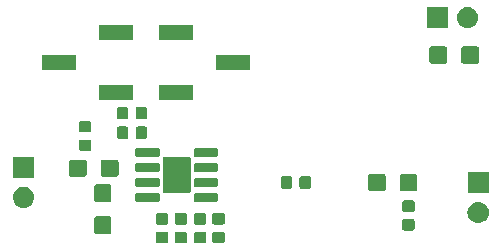
<source format=gbr>
G04 #@! TF.GenerationSoftware,KiCad,Pcbnew,(5.1.4)-1*
G04 #@! TF.CreationDate,2019-11-25T16:57:10-05:00*
G04 #@! TF.ProjectId,preamplifier,70726561-6d70-46c6-9966-6965722e6b69,rev?*
G04 #@! TF.SameCoordinates,Original*
G04 #@! TF.FileFunction,Soldermask,Top*
G04 #@! TF.FilePolarity,Negative*
%FSLAX46Y46*%
G04 Gerber Fmt 4.6, Leading zero omitted, Abs format (unit mm)*
G04 Created by KiCad (PCBNEW (5.1.4)-1) date 2019-11-25 16:57:10*
%MOMM*%
%LPD*%
G04 APERTURE LIST*
%ADD10C,0.150000*%
G04 APERTURE END LIST*
D10*
G36*
X78509991Y-74394985D02*
G01*
X78543969Y-74405293D01*
X78575290Y-74422034D01*
X78602739Y-74444561D01*
X78625266Y-74472010D01*
X78642007Y-74503331D01*
X78652315Y-74537309D01*
X78656400Y-74578790D01*
X78656400Y-75180010D01*
X78652315Y-75221491D01*
X78642007Y-75255469D01*
X78625266Y-75286790D01*
X78602739Y-75314239D01*
X78575290Y-75336766D01*
X78543969Y-75353507D01*
X78509991Y-75363815D01*
X78468510Y-75367900D01*
X77792290Y-75367900D01*
X77750809Y-75363815D01*
X77716831Y-75353507D01*
X77685510Y-75336766D01*
X77658061Y-75314239D01*
X77635534Y-75286790D01*
X77618793Y-75255469D01*
X77608485Y-75221491D01*
X77604400Y-75180010D01*
X77604400Y-74578790D01*
X77608485Y-74537309D01*
X77618793Y-74503331D01*
X77635534Y-74472010D01*
X77658061Y-74444561D01*
X77685510Y-74422034D01*
X77716831Y-74405293D01*
X77750809Y-74394985D01*
X77792290Y-74390900D01*
X78468510Y-74390900D01*
X78509991Y-74394985D01*
X78509991Y-74394985D01*
G37*
G36*
X81710391Y-74394885D02*
G01*
X81744369Y-74405193D01*
X81775690Y-74421934D01*
X81803139Y-74444461D01*
X81825666Y-74471910D01*
X81842407Y-74503231D01*
X81852715Y-74537209D01*
X81856800Y-74578690D01*
X81856800Y-75179910D01*
X81852715Y-75221391D01*
X81842407Y-75255369D01*
X81825666Y-75286690D01*
X81803139Y-75314139D01*
X81775690Y-75336666D01*
X81744369Y-75353407D01*
X81710391Y-75363715D01*
X81668910Y-75367800D01*
X80992690Y-75367800D01*
X80951209Y-75363715D01*
X80917231Y-75353407D01*
X80885910Y-75336666D01*
X80858461Y-75314139D01*
X80835934Y-75286690D01*
X80819193Y-75255369D01*
X80808885Y-75221391D01*
X80804800Y-75179910D01*
X80804800Y-74578690D01*
X80808885Y-74537209D01*
X80819193Y-74503231D01*
X80835934Y-74471910D01*
X80858461Y-74444461D01*
X80885910Y-74421934D01*
X80917231Y-74405193D01*
X80951209Y-74394885D01*
X80992690Y-74390800D01*
X81668910Y-74390800D01*
X81710391Y-74394885D01*
X81710391Y-74394885D01*
G37*
G36*
X76922491Y-74394885D02*
G01*
X76956469Y-74405193D01*
X76987790Y-74421934D01*
X77015239Y-74444461D01*
X77037766Y-74471910D01*
X77054507Y-74503231D01*
X77064815Y-74537209D01*
X77068900Y-74578690D01*
X77068900Y-75179910D01*
X77064815Y-75221391D01*
X77054507Y-75255369D01*
X77037766Y-75286690D01*
X77015239Y-75314139D01*
X76987790Y-75336666D01*
X76956469Y-75353407D01*
X76922491Y-75363715D01*
X76881010Y-75367800D01*
X76204790Y-75367800D01*
X76163309Y-75363715D01*
X76129331Y-75353407D01*
X76098010Y-75336666D01*
X76070561Y-75314139D01*
X76048034Y-75286690D01*
X76031293Y-75255369D01*
X76020985Y-75221391D01*
X76016900Y-75179910D01*
X76016900Y-74578690D01*
X76020985Y-74537209D01*
X76031293Y-74503231D01*
X76048034Y-74471910D01*
X76070561Y-74444461D01*
X76098010Y-74421934D01*
X76129331Y-74405193D01*
X76163309Y-74394885D01*
X76204790Y-74390800D01*
X76881010Y-74390800D01*
X76922491Y-74394885D01*
X76922491Y-74394885D01*
G37*
G36*
X80160991Y-74394885D02*
G01*
X80194969Y-74405193D01*
X80226290Y-74421934D01*
X80253739Y-74444461D01*
X80276266Y-74471910D01*
X80293007Y-74503231D01*
X80303315Y-74537209D01*
X80307400Y-74578690D01*
X80307400Y-75179910D01*
X80303315Y-75221391D01*
X80293007Y-75255369D01*
X80276266Y-75286690D01*
X80253739Y-75314139D01*
X80226290Y-75336666D01*
X80194969Y-75353407D01*
X80160991Y-75363715D01*
X80119510Y-75367800D01*
X79443290Y-75367800D01*
X79401809Y-75363715D01*
X79367831Y-75353407D01*
X79336510Y-75336666D01*
X79309061Y-75314139D01*
X79286534Y-75286690D01*
X79269793Y-75255369D01*
X79259485Y-75221391D01*
X79255400Y-75179910D01*
X79255400Y-74578690D01*
X79259485Y-74537209D01*
X79269793Y-74503231D01*
X79286534Y-74471910D01*
X79309061Y-74444461D01*
X79336510Y-74421934D01*
X79367831Y-74405193D01*
X79401809Y-74394885D01*
X79443290Y-74390800D01*
X80119510Y-74390800D01*
X80160991Y-74394885D01*
X80160991Y-74394885D01*
G37*
G36*
X72099198Y-73091047D02*
G01*
X72134767Y-73101837D01*
X72167539Y-73119354D01*
X72196269Y-73142931D01*
X72219846Y-73171661D01*
X72237363Y-73204433D01*
X72248153Y-73240002D01*
X72252400Y-73283125D01*
X72252400Y-74392475D01*
X72248153Y-74435598D01*
X72237363Y-74471167D01*
X72219846Y-74503939D01*
X72196269Y-74532669D01*
X72167539Y-74556246D01*
X72134767Y-74573763D01*
X72099198Y-74584553D01*
X72056075Y-74588800D01*
X70996725Y-74588800D01*
X70953602Y-74584553D01*
X70918033Y-74573763D01*
X70885261Y-74556246D01*
X70856531Y-74532669D01*
X70832954Y-74503939D01*
X70815437Y-74471167D01*
X70804647Y-74435598D01*
X70800400Y-74392475D01*
X70800400Y-73283125D01*
X70804647Y-73240002D01*
X70815437Y-73204433D01*
X70832954Y-73171661D01*
X70856531Y-73142931D01*
X70885261Y-73119354D01*
X70918033Y-73101837D01*
X70953602Y-73091047D01*
X70996725Y-73086800D01*
X72056075Y-73086800D01*
X72099198Y-73091047D01*
X72099198Y-73091047D01*
G37*
G36*
X97788591Y-73328085D02*
G01*
X97822569Y-73338393D01*
X97853890Y-73355134D01*
X97881339Y-73377661D01*
X97903866Y-73405110D01*
X97920607Y-73436431D01*
X97930915Y-73470409D01*
X97935000Y-73511890D01*
X97935000Y-74113110D01*
X97930915Y-74154591D01*
X97920607Y-74188569D01*
X97903866Y-74219890D01*
X97881339Y-74247339D01*
X97853890Y-74269866D01*
X97822569Y-74286607D01*
X97788591Y-74296915D01*
X97747110Y-74301000D01*
X97070890Y-74301000D01*
X97029409Y-74296915D01*
X96995431Y-74286607D01*
X96964110Y-74269866D01*
X96936661Y-74247339D01*
X96914134Y-74219890D01*
X96897393Y-74188569D01*
X96887085Y-74154591D01*
X96883000Y-74113110D01*
X96883000Y-73511890D01*
X96887085Y-73470409D01*
X96897393Y-73436431D01*
X96914134Y-73405110D01*
X96936661Y-73377661D01*
X96964110Y-73355134D01*
X96995431Y-73338393D01*
X97029409Y-73328085D01*
X97070890Y-73324000D01*
X97747110Y-73324000D01*
X97788591Y-73328085D01*
X97788591Y-73328085D01*
G37*
G36*
X78509991Y-72819985D02*
G01*
X78543969Y-72830293D01*
X78575290Y-72847034D01*
X78602739Y-72869561D01*
X78625266Y-72897010D01*
X78642007Y-72928331D01*
X78652315Y-72962309D01*
X78656400Y-73003790D01*
X78656400Y-73605010D01*
X78652315Y-73646491D01*
X78642007Y-73680469D01*
X78625266Y-73711790D01*
X78602739Y-73739239D01*
X78575290Y-73761766D01*
X78543969Y-73778507D01*
X78509991Y-73788815D01*
X78468510Y-73792900D01*
X77792290Y-73792900D01*
X77750809Y-73788815D01*
X77716831Y-73778507D01*
X77685510Y-73761766D01*
X77658061Y-73739239D01*
X77635534Y-73711790D01*
X77618793Y-73680469D01*
X77608485Y-73646491D01*
X77604400Y-73605010D01*
X77604400Y-73003790D01*
X77608485Y-72962309D01*
X77618793Y-72928331D01*
X77635534Y-72897010D01*
X77658061Y-72869561D01*
X77685510Y-72847034D01*
X77716831Y-72830293D01*
X77750809Y-72819985D01*
X77792290Y-72815900D01*
X78468510Y-72815900D01*
X78509991Y-72819985D01*
X78509991Y-72819985D01*
G37*
G36*
X81710391Y-72819885D02*
G01*
X81744369Y-72830193D01*
X81775690Y-72846934D01*
X81803139Y-72869461D01*
X81825666Y-72896910D01*
X81842407Y-72928231D01*
X81852715Y-72962209D01*
X81856800Y-73003690D01*
X81856800Y-73604910D01*
X81852715Y-73646391D01*
X81842407Y-73680369D01*
X81825666Y-73711690D01*
X81803139Y-73739139D01*
X81775690Y-73761666D01*
X81744369Y-73778407D01*
X81710391Y-73788715D01*
X81668910Y-73792800D01*
X80992690Y-73792800D01*
X80951209Y-73788715D01*
X80917231Y-73778407D01*
X80885910Y-73761666D01*
X80858461Y-73739139D01*
X80835934Y-73711690D01*
X80819193Y-73680369D01*
X80808885Y-73646391D01*
X80804800Y-73604910D01*
X80804800Y-73003690D01*
X80808885Y-72962209D01*
X80819193Y-72928231D01*
X80835934Y-72896910D01*
X80858461Y-72869461D01*
X80885910Y-72846934D01*
X80917231Y-72830193D01*
X80951209Y-72819885D01*
X80992690Y-72815800D01*
X81668910Y-72815800D01*
X81710391Y-72819885D01*
X81710391Y-72819885D01*
G37*
G36*
X80160991Y-72819885D02*
G01*
X80194969Y-72830193D01*
X80226290Y-72846934D01*
X80253739Y-72869461D01*
X80276266Y-72896910D01*
X80293007Y-72928231D01*
X80303315Y-72962209D01*
X80307400Y-73003690D01*
X80307400Y-73604910D01*
X80303315Y-73646391D01*
X80293007Y-73680369D01*
X80276266Y-73711690D01*
X80253739Y-73739139D01*
X80226290Y-73761666D01*
X80194969Y-73778407D01*
X80160991Y-73788715D01*
X80119510Y-73792800D01*
X79443290Y-73792800D01*
X79401809Y-73788715D01*
X79367831Y-73778407D01*
X79336510Y-73761666D01*
X79309061Y-73739139D01*
X79286534Y-73711690D01*
X79269793Y-73680369D01*
X79259485Y-73646391D01*
X79255400Y-73604910D01*
X79255400Y-73003690D01*
X79259485Y-72962209D01*
X79269793Y-72928231D01*
X79286534Y-72896910D01*
X79309061Y-72869461D01*
X79336510Y-72846934D01*
X79367831Y-72830193D01*
X79401809Y-72819885D01*
X79443290Y-72815800D01*
X80119510Y-72815800D01*
X80160991Y-72819885D01*
X80160991Y-72819885D01*
G37*
G36*
X76922491Y-72819885D02*
G01*
X76956469Y-72830193D01*
X76987790Y-72846934D01*
X77015239Y-72869461D01*
X77037766Y-72896910D01*
X77054507Y-72928231D01*
X77064815Y-72962209D01*
X77068900Y-73003690D01*
X77068900Y-73604910D01*
X77064815Y-73646391D01*
X77054507Y-73680369D01*
X77037766Y-73711690D01*
X77015239Y-73739139D01*
X76987790Y-73761666D01*
X76956469Y-73778407D01*
X76922491Y-73788715D01*
X76881010Y-73792800D01*
X76204790Y-73792800D01*
X76163309Y-73788715D01*
X76129331Y-73778407D01*
X76098010Y-73761666D01*
X76070561Y-73739139D01*
X76048034Y-73711690D01*
X76031293Y-73680369D01*
X76020985Y-73646391D01*
X76016900Y-73604910D01*
X76016900Y-73003690D01*
X76020985Y-72962209D01*
X76031293Y-72928231D01*
X76048034Y-72896910D01*
X76070561Y-72869461D01*
X76098010Y-72846934D01*
X76129331Y-72830193D01*
X76163309Y-72819885D01*
X76204790Y-72815800D01*
X76881010Y-72815800D01*
X76922491Y-72819885D01*
X76922491Y-72819885D01*
G37*
G36*
X103424942Y-71876518D02*
G01*
X103491127Y-71883037D01*
X103660966Y-71934557D01*
X103817491Y-72018222D01*
X103853229Y-72047552D01*
X103954686Y-72130814D01*
X104034754Y-72228379D01*
X104067278Y-72268009D01*
X104150943Y-72424534D01*
X104202463Y-72594373D01*
X104219859Y-72771000D01*
X104202463Y-72947627D01*
X104150943Y-73117466D01*
X104067278Y-73273991D01*
X104043281Y-73303231D01*
X103954686Y-73411186D01*
X103882521Y-73470409D01*
X103817491Y-73523778D01*
X103660966Y-73607443D01*
X103491127Y-73658963D01*
X103424942Y-73665482D01*
X103358760Y-73672000D01*
X103270240Y-73672000D01*
X103204058Y-73665482D01*
X103137873Y-73658963D01*
X102968034Y-73607443D01*
X102811509Y-73523778D01*
X102746479Y-73470409D01*
X102674314Y-73411186D01*
X102585719Y-73303231D01*
X102561722Y-73273991D01*
X102478057Y-73117466D01*
X102426537Y-72947627D01*
X102409141Y-72771000D01*
X102426537Y-72594373D01*
X102478057Y-72424534D01*
X102561722Y-72268009D01*
X102594246Y-72228379D01*
X102674314Y-72130814D01*
X102775771Y-72047552D01*
X102811509Y-72018222D01*
X102968034Y-71934557D01*
X103137873Y-71883037D01*
X103204058Y-71876518D01*
X103270240Y-71870000D01*
X103358760Y-71870000D01*
X103424942Y-71876518D01*
X103424942Y-71876518D01*
G37*
G36*
X97788591Y-71753085D02*
G01*
X97822569Y-71763393D01*
X97853890Y-71780134D01*
X97881339Y-71802661D01*
X97903866Y-71830110D01*
X97920607Y-71861431D01*
X97930915Y-71895409D01*
X97935000Y-71936889D01*
X97935000Y-72538110D01*
X97930915Y-72579591D01*
X97920607Y-72613569D01*
X97903866Y-72644890D01*
X97881339Y-72672339D01*
X97853890Y-72694866D01*
X97822569Y-72711607D01*
X97788591Y-72721915D01*
X97747110Y-72726000D01*
X97070890Y-72726000D01*
X97029409Y-72721915D01*
X96995431Y-72711607D01*
X96964110Y-72694866D01*
X96936661Y-72672339D01*
X96914134Y-72644890D01*
X96897393Y-72613569D01*
X96887085Y-72579591D01*
X96883000Y-72538110D01*
X96883000Y-71936889D01*
X96887085Y-71895409D01*
X96897393Y-71861431D01*
X96914134Y-71830110D01*
X96936661Y-71802661D01*
X96964110Y-71780134D01*
X96995431Y-71763393D01*
X97029409Y-71753085D01*
X97070890Y-71749000D01*
X97747110Y-71749000D01*
X97788591Y-71753085D01*
X97788591Y-71753085D01*
G37*
G36*
X64905956Y-70578628D02*
G01*
X64997427Y-70587637D01*
X65167266Y-70639157D01*
X65323791Y-70722822D01*
X65347899Y-70742607D01*
X65460986Y-70835414D01*
X65543970Y-70936532D01*
X65573578Y-70972609D01*
X65657243Y-71129134D01*
X65708763Y-71298973D01*
X65726159Y-71475600D01*
X65708763Y-71652227D01*
X65658332Y-71818476D01*
X65657242Y-71822068D01*
X65623843Y-71884553D01*
X65573578Y-71978591D01*
X65544248Y-72014329D01*
X65460986Y-72115786D01*
X65359529Y-72199048D01*
X65323791Y-72228378D01*
X65167266Y-72312043D01*
X64997427Y-72363563D01*
X64931243Y-72370081D01*
X64865060Y-72376600D01*
X64776540Y-72376600D01*
X64710357Y-72370081D01*
X64644173Y-72363563D01*
X64474334Y-72312043D01*
X64317809Y-72228378D01*
X64282071Y-72199048D01*
X64180614Y-72115786D01*
X64097352Y-72014329D01*
X64068022Y-71978591D01*
X64017757Y-71884553D01*
X63984358Y-71822068D01*
X63983268Y-71818476D01*
X63932837Y-71652227D01*
X63915441Y-71475600D01*
X63932837Y-71298973D01*
X63984357Y-71129134D01*
X64068022Y-70972609D01*
X64097630Y-70936532D01*
X64180614Y-70835414D01*
X64293701Y-70742607D01*
X64317809Y-70722822D01*
X64474334Y-70639157D01*
X64644173Y-70587637D01*
X64735644Y-70578628D01*
X64776540Y-70574600D01*
X64865060Y-70574600D01*
X64905956Y-70578628D01*
X64905956Y-70578628D01*
G37*
G36*
X72099198Y-70391047D02*
G01*
X72134767Y-70401837D01*
X72167539Y-70419354D01*
X72196269Y-70442931D01*
X72219846Y-70471661D01*
X72237363Y-70504433D01*
X72248153Y-70540002D01*
X72252400Y-70583125D01*
X72252400Y-71692475D01*
X72248153Y-71735598D01*
X72237363Y-71771167D01*
X72219846Y-71803939D01*
X72196269Y-71832669D01*
X72167539Y-71856246D01*
X72134767Y-71873763D01*
X72099198Y-71884553D01*
X72056075Y-71888800D01*
X70996725Y-71888800D01*
X70953602Y-71884553D01*
X70918033Y-71873763D01*
X70885261Y-71856246D01*
X70856531Y-71832669D01*
X70832954Y-71803939D01*
X70815437Y-71771167D01*
X70804647Y-71735598D01*
X70800400Y-71692475D01*
X70800400Y-70583125D01*
X70804647Y-70540002D01*
X70815437Y-70504433D01*
X70832954Y-70471661D01*
X70856531Y-70442931D01*
X70885261Y-70419354D01*
X70918033Y-70401837D01*
X70953602Y-70391047D01*
X70996725Y-70386800D01*
X72056075Y-70386800D01*
X72099198Y-70391047D01*
X72099198Y-70391047D01*
G37*
G36*
X76245928Y-71152764D02*
G01*
X76267009Y-71159160D01*
X76286445Y-71169548D01*
X76303476Y-71183524D01*
X76317452Y-71200555D01*
X76327840Y-71219991D01*
X76334236Y-71241072D01*
X76337000Y-71269140D01*
X76337000Y-71732860D01*
X76334236Y-71760928D01*
X76327840Y-71782009D01*
X76317452Y-71801445D01*
X76303476Y-71818476D01*
X76286445Y-71832452D01*
X76267009Y-71842840D01*
X76245928Y-71849236D01*
X76217860Y-71852000D01*
X74404140Y-71852000D01*
X74376072Y-71849236D01*
X74354991Y-71842840D01*
X74335555Y-71832452D01*
X74318524Y-71818476D01*
X74304548Y-71801445D01*
X74294160Y-71782009D01*
X74287764Y-71760928D01*
X74285000Y-71732860D01*
X74285000Y-71269140D01*
X74287764Y-71241072D01*
X74294160Y-71219991D01*
X74304548Y-71200555D01*
X74318524Y-71183524D01*
X74335555Y-71169548D01*
X74354991Y-71159160D01*
X74376072Y-71152764D01*
X74404140Y-71150000D01*
X76217860Y-71150000D01*
X76245928Y-71152764D01*
X76245928Y-71152764D01*
G37*
G36*
X81195928Y-71152764D02*
G01*
X81217009Y-71159160D01*
X81236445Y-71169548D01*
X81253476Y-71183524D01*
X81267452Y-71200555D01*
X81277840Y-71219991D01*
X81284236Y-71241072D01*
X81287000Y-71269140D01*
X81287000Y-71732860D01*
X81284236Y-71760928D01*
X81277840Y-71782009D01*
X81267452Y-71801445D01*
X81253476Y-71818476D01*
X81236445Y-71832452D01*
X81217009Y-71842840D01*
X81195928Y-71849236D01*
X81167860Y-71852000D01*
X79354140Y-71852000D01*
X79326072Y-71849236D01*
X79304991Y-71842840D01*
X79285555Y-71832452D01*
X79268524Y-71818476D01*
X79254548Y-71801445D01*
X79244160Y-71782009D01*
X79237764Y-71760928D01*
X79235000Y-71732860D01*
X79235000Y-71269140D01*
X79237764Y-71241072D01*
X79244160Y-71219991D01*
X79254548Y-71200555D01*
X79268524Y-71183524D01*
X79285555Y-71169548D01*
X79304991Y-71159160D01*
X79326072Y-71152764D01*
X79354140Y-71150000D01*
X81167860Y-71150000D01*
X81195928Y-71152764D01*
X81195928Y-71152764D01*
G37*
G36*
X78850336Y-68048733D02*
G01*
X78880883Y-68057999D01*
X78909033Y-68073046D01*
X78933706Y-68093294D01*
X78953954Y-68117967D01*
X78969001Y-68146117D01*
X78978267Y-68176664D01*
X78982000Y-68214567D01*
X78982000Y-70977433D01*
X78978267Y-71015336D01*
X78969001Y-71045883D01*
X78953954Y-71074033D01*
X78933706Y-71098706D01*
X78909033Y-71118954D01*
X78880883Y-71134001D01*
X78850336Y-71143267D01*
X78812433Y-71147000D01*
X76759567Y-71147000D01*
X76721664Y-71143267D01*
X76691117Y-71134001D01*
X76662967Y-71118954D01*
X76638294Y-71098706D01*
X76618046Y-71074033D01*
X76602999Y-71045883D01*
X76593733Y-71015336D01*
X76590000Y-70977433D01*
X76590000Y-68214567D01*
X76593733Y-68176664D01*
X76602999Y-68146117D01*
X76618046Y-68117967D01*
X76638294Y-68093294D01*
X76662967Y-68073046D01*
X76691117Y-68057999D01*
X76721664Y-68048733D01*
X76759567Y-68045000D01*
X78812433Y-68045000D01*
X78850336Y-68048733D01*
X78850336Y-68048733D01*
G37*
G36*
X104215500Y-71132000D02*
G01*
X102413500Y-71132000D01*
X102413500Y-69330000D01*
X104215500Y-69330000D01*
X104215500Y-71132000D01*
X104215500Y-71132000D01*
G37*
G36*
X95323298Y-69509247D02*
G01*
X95358867Y-69520037D01*
X95391639Y-69537554D01*
X95420369Y-69561131D01*
X95443946Y-69589861D01*
X95461463Y-69622633D01*
X95472253Y-69658202D01*
X95476500Y-69701325D01*
X95476500Y-70760675D01*
X95472253Y-70803798D01*
X95461463Y-70839367D01*
X95443946Y-70872139D01*
X95420369Y-70900869D01*
X95391639Y-70924446D01*
X95358867Y-70941963D01*
X95323298Y-70952753D01*
X95280175Y-70957000D01*
X94170825Y-70957000D01*
X94127702Y-70952753D01*
X94092133Y-70941963D01*
X94059361Y-70924446D01*
X94030631Y-70900869D01*
X94007054Y-70872139D01*
X93989537Y-70839367D01*
X93978747Y-70803798D01*
X93974500Y-70760675D01*
X93974500Y-69701325D01*
X93978747Y-69658202D01*
X93989537Y-69622633D01*
X94007054Y-69589861D01*
X94030631Y-69561131D01*
X94059361Y-69537554D01*
X94092133Y-69520037D01*
X94127702Y-69509247D01*
X94170825Y-69505000D01*
X95280175Y-69505000D01*
X95323298Y-69509247D01*
X95323298Y-69509247D01*
G37*
G36*
X98023298Y-69509247D02*
G01*
X98058867Y-69520037D01*
X98091639Y-69537554D01*
X98120369Y-69561131D01*
X98143946Y-69589861D01*
X98161463Y-69622633D01*
X98172253Y-69658202D01*
X98176500Y-69701325D01*
X98176500Y-70760675D01*
X98172253Y-70803798D01*
X98161463Y-70839367D01*
X98143946Y-70872139D01*
X98120369Y-70900869D01*
X98091639Y-70924446D01*
X98058867Y-70941963D01*
X98023298Y-70952753D01*
X97980175Y-70957000D01*
X96870825Y-70957000D01*
X96827702Y-70952753D01*
X96792133Y-70941963D01*
X96759361Y-70924446D01*
X96730631Y-70900869D01*
X96707054Y-70872139D01*
X96689537Y-70839367D01*
X96678747Y-70803798D01*
X96674500Y-70760675D01*
X96674500Y-69701325D01*
X96678747Y-69658202D01*
X96689537Y-69622633D01*
X96707054Y-69589861D01*
X96730631Y-69561131D01*
X96759361Y-69537554D01*
X96792133Y-69520037D01*
X96827702Y-69509247D01*
X96870825Y-69505000D01*
X97980175Y-69505000D01*
X98023298Y-69509247D01*
X98023298Y-69509247D01*
G37*
G36*
X87438591Y-69709085D02*
G01*
X87472569Y-69719393D01*
X87503890Y-69736134D01*
X87531339Y-69758661D01*
X87553866Y-69786110D01*
X87570607Y-69817431D01*
X87580915Y-69851409D01*
X87585000Y-69892890D01*
X87585000Y-70569110D01*
X87580915Y-70610591D01*
X87570607Y-70644569D01*
X87553866Y-70675890D01*
X87531339Y-70703339D01*
X87503890Y-70725866D01*
X87472569Y-70742607D01*
X87438591Y-70752915D01*
X87397110Y-70757000D01*
X86795890Y-70757000D01*
X86754409Y-70752915D01*
X86720431Y-70742607D01*
X86689110Y-70725866D01*
X86661661Y-70703339D01*
X86639134Y-70675890D01*
X86622393Y-70644569D01*
X86612085Y-70610591D01*
X86608000Y-70569110D01*
X86608000Y-69892890D01*
X86612085Y-69851409D01*
X86622393Y-69817431D01*
X86639134Y-69786110D01*
X86661661Y-69758661D01*
X86689110Y-69736134D01*
X86720431Y-69719393D01*
X86754409Y-69709085D01*
X86795890Y-69705000D01*
X87397110Y-69705000D01*
X87438591Y-69709085D01*
X87438591Y-69709085D01*
G37*
G36*
X89013591Y-69709085D02*
G01*
X89047569Y-69719393D01*
X89078890Y-69736134D01*
X89106339Y-69758661D01*
X89128866Y-69786110D01*
X89145607Y-69817431D01*
X89155915Y-69851409D01*
X89160000Y-69892890D01*
X89160000Y-70569110D01*
X89155915Y-70610591D01*
X89145607Y-70644569D01*
X89128866Y-70675890D01*
X89106339Y-70703339D01*
X89078890Y-70725866D01*
X89047569Y-70742607D01*
X89013591Y-70752915D01*
X88972110Y-70757000D01*
X88370890Y-70757000D01*
X88329409Y-70752915D01*
X88295431Y-70742607D01*
X88264110Y-70725866D01*
X88236661Y-70703339D01*
X88214134Y-70675890D01*
X88197393Y-70644569D01*
X88187085Y-70610591D01*
X88183000Y-70569110D01*
X88183000Y-69892890D01*
X88187085Y-69851409D01*
X88197393Y-69817431D01*
X88214134Y-69786110D01*
X88236661Y-69758661D01*
X88264110Y-69736134D01*
X88295431Y-69719393D01*
X88329409Y-69709085D01*
X88370890Y-69705000D01*
X88972110Y-69705000D01*
X89013591Y-69709085D01*
X89013591Y-69709085D01*
G37*
G36*
X81195928Y-69882764D02*
G01*
X81217009Y-69889160D01*
X81236445Y-69899548D01*
X81253476Y-69913524D01*
X81267452Y-69930555D01*
X81277840Y-69949991D01*
X81284236Y-69971072D01*
X81287000Y-69999140D01*
X81287000Y-70462860D01*
X81284236Y-70490928D01*
X81277840Y-70512009D01*
X81267452Y-70531445D01*
X81253476Y-70548476D01*
X81236445Y-70562452D01*
X81217009Y-70572840D01*
X81195928Y-70579236D01*
X81167860Y-70582000D01*
X79354140Y-70582000D01*
X79326072Y-70579236D01*
X79304991Y-70572840D01*
X79285555Y-70562452D01*
X79268524Y-70548476D01*
X79254548Y-70531445D01*
X79244160Y-70512009D01*
X79237764Y-70490928D01*
X79235000Y-70462860D01*
X79235000Y-69999140D01*
X79237764Y-69971072D01*
X79244160Y-69949991D01*
X79254548Y-69930555D01*
X79268524Y-69913524D01*
X79285555Y-69899548D01*
X79304991Y-69889160D01*
X79326072Y-69882764D01*
X79354140Y-69880000D01*
X81167860Y-69880000D01*
X81195928Y-69882764D01*
X81195928Y-69882764D01*
G37*
G36*
X76245928Y-69882764D02*
G01*
X76267009Y-69889160D01*
X76286445Y-69899548D01*
X76303476Y-69913524D01*
X76317452Y-69930555D01*
X76327840Y-69949991D01*
X76334236Y-69971072D01*
X76337000Y-69999140D01*
X76337000Y-70462860D01*
X76334236Y-70490928D01*
X76327840Y-70512009D01*
X76317452Y-70531445D01*
X76303476Y-70548476D01*
X76286445Y-70562452D01*
X76267009Y-70572840D01*
X76245928Y-70579236D01*
X76217860Y-70582000D01*
X74404140Y-70582000D01*
X74376072Y-70579236D01*
X74354991Y-70572840D01*
X74335555Y-70562452D01*
X74318524Y-70548476D01*
X74304548Y-70531445D01*
X74294160Y-70512009D01*
X74287764Y-70490928D01*
X74285000Y-70462860D01*
X74285000Y-69999140D01*
X74287764Y-69971072D01*
X74294160Y-69949991D01*
X74304548Y-69930555D01*
X74318524Y-69913524D01*
X74335555Y-69899548D01*
X74354991Y-69889160D01*
X74376072Y-69882764D01*
X74404140Y-69880000D01*
X76217860Y-69880000D01*
X76245928Y-69882764D01*
X76245928Y-69882764D01*
G37*
G36*
X65721800Y-69836600D02*
G01*
X63919800Y-69836600D01*
X63919800Y-68034600D01*
X65721800Y-68034600D01*
X65721800Y-69836600D01*
X65721800Y-69836600D01*
G37*
G36*
X70012198Y-68290047D02*
G01*
X70047767Y-68300837D01*
X70080539Y-68318354D01*
X70109269Y-68341931D01*
X70132846Y-68370661D01*
X70150363Y-68403433D01*
X70161153Y-68439002D01*
X70165400Y-68482125D01*
X70165400Y-69541475D01*
X70161153Y-69584598D01*
X70150363Y-69620167D01*
X70132846Y-69652939D01*
X70109269Y-69681669D01*
X70080539Y-69705246D01*
X70047767Y-69722763D01*
X70012198Y-69733553D01*
X69969075Y-69737800D01*
X68859725Y-69737800D01*
X68816602Y-69733553D01*
X68781033Y-69722763D01*
X68748261Y-69705246D01*
X68719531Y-69681669D01*
X68695954Y-69652939D01*
X68678437Y-69620167D01*
X68667647Y-69584598D01*
X68663400Y-69541475D01*
X68663400Y-68482125D01*
X68667647Y-68439002D01*
X68678437Y-68403433D01*
X68695954Y-68370661D01*
X68719531Y-68341931D01*
X68748261Y-68318354D01*
X68781033Y-68300837D01*
X68816602Y-68290047D01*
X68859725Y-68285800D01*
X69969075Y-68285800D01*
X70012198Y-68290047D01*
X70012198Y-68290047D01*
G37*
G36*
X72712198Y-68290047D02*
G01*
X72747767Y-68300837D01*
X72780539Y-68318354D01*
X72809269Y-68341931D01*
X72832846Y-68370661D01*
X72850363Y-68403433D01*
X72861153Y-68439002D01*
X72865400Y-68482125D01*
X72865400Y-69541475D01*
X72861153Y-69584598D01*
X72850363Y-69620167D01*
X72832846Y-69652939D01*
X72809269Y-69681669D01*
X72780539Y-69705246D01*
X72747767Y-69722763D01*
X72712198Y-69733553D01*
X72669075Y-69737800D01*
X71559725Y-69737800D01*
X71516602Y-69733553D01*
X71481033Y-69722763D01*
X71448261Y-69705246D01*
X71419531Y-69681669D01*
X71395954Y-69652939D01*
X71378437Y-69620167D01*
X71367647Y-69584598D01*
X71363400Y-69541475D01*
X71363400Y-68482125D01*
X71367647Y-68439002D01*
X71378437Y-68403433D01*
X71395954Y-68370661D01*
X71419531Y-68341931D01*
X71448261Y-68318354D01*
X71481033Y-68300837D01*
X71516602Y-68290047D01*
X71559725Y-68285800D01*
X72669075Y-68285800D01*
X72712198Y-68290047D01*
X72712198Y-68290047D01*
G37*
G36*
X81195928Y-68612764D02*
G01*
X81217009Y-68619160D01*
X81236445Y-68629548D01*
X81253476Y-68643524D01*
X81267452Y-68660555D01*
X81277840Y-68679991D01*
X81284236Y-68701072D01*
X81287000Y-68729140D01*
X81287000Y-69192860D01*
X81284236Y-69220928D01*
X81277840Y-69242009D01*
X81267452Y-69261445D01*
X81253476Y-69278476D01*
X81236445Y-69292452D01*
X81217009Y-69302840D01*
X81195928Y-69309236D01*
X81167860Y-69312000D01*
X79354140Y-69312000D01*
X79326072Y-69309236D01*
X79304991Y-69302840D01*
X79285555Y-69292452D01*
X79268524Y-69278476D01*
X79254548Y-69261445D01*
X79244160Y-69242009D01*
X79237764Y-69220928D01*
X79235000Y-69192860D01*
X79235000Y-68729140D01*
X79237764Y-68701072D01*
X79244160Y-68679991D01*
X79254548Y-68660555D01*
X79268524Y-68643524D01*
X79285555Y-68629548D01*
X79304991Y-68619160D01*
X79326072Y-68612764D01*
X79354140Y-68610000D01*
X81167860Y-68610000D01*
X81195928Y-68612764D01*
X81195928Y-68612764D01*
G37*
G36*
X76245928Y-68612764D02*
G01*
X76267009Y-68619160D01*
X76286445Y-68629548D01*
X76303476Y-68643524D01*
X76317452Y-68660555D01*
X76327840Y-68679991D01*
X76334236Y-68701072D01*
X76337000Y-68729140D01*
X76337000Y-69192860D01*
X76334236Y-69220928D01*
X76327840Y-69242009D01*
X76317452Y-69261445D01*
X76303476Y-69278476D01*
X76286445Y-69292452D01*
X76267009Y-69302840D01*
X76245928Y-69309236D01*
X76217860Y-69312000D01*
X74404140Y-69312000D01*
X74376072Y-69309236D01*
X74354991Y-69302840D01*
X74335555Y-69292452D01*
X74318524Y-69278476D01*
X74304548Y-69261445D01*
X74294160Y-69242009D01*
X74287764Y-69220928D01*
X74285000Y-69192860D01*
X74285000Y-68729140D01*
X74287764Y-68701072D01*
X74294160Y-68679991D01*
X74304548Y-68660555D01*
X74318524Y-68643524D01*
X74335555Y-68629548D01*
X74354991Y-68619160D01*
X74376072Y-68612764D01*
X74404140Y-68610000D01*
X76217860Y-68610000D01*
X76245928Y-68612764D01*
X76245928Y-68612764D01*
G37*
G36*
X81195928Y-67342764D02*
G01*
X81217009Y-67349160D01*
X81236445Y-67359548D01*
X81253476Y-67373524D01*
X81267452Y-67390555D01*
X81277840Y-67409991D01*
X81284236Y-67431072D01*
X81287000Y-67459140D01*
X81287000Y-67922860D01*
X81284236Y-67950928D01*
X81277840Y-67972009D01*
X81267452Y-67991445D01*
X81253476Y-68008476D01*
X81236445Y-68022452D01*
X81217009Y-68032840D01*
X81195928Y-68039236D01*
X81167860Y-68042000D01*
X79354140Y-68042000D01*
X79326072Y-68039236D01*
X79304991Y-68032840D01*
X79285555Y-68022452D01*
X79268524Y-68008476D01*
X79254548Y-67991445D01*
X79244160Y-67972009D01*
X79237764Y-67950928D01*
X79235000Y-67922860D01*
X79235000Y-67459140D01*
X79237764Y-67431072D01*
X79244160Y-67409991D01*
X79254548Y-67390555D01*
X79268524Y-67373524D01*
X79285555Y-67359548D01*
X79304991Y-67349160D01*
X79326072Y-67342764D01*
X79354140Y-67340000D01*
X81167860Y-67340000D01*
X81195928Y-67342764D01*
X81195928Y-67342764D01*
G37*
G36*
X76245928Y-67342764D02*
G01*
X76267009Y-67349160D01*
X76286445Y-67359548D01*
X76303476Y-67373524D01*
X76317452Y-67390555D01*
X76327840Y-67409991D01*
X76334236Y-67431072D01*
X76337000Y-67459140D01*
X76337000Y-67922860D01*
X76334236Y-67950928D01*
X76327840Y-67972009D01*
X76317452Y-67991445D01*
X76303476Y-68008476D01*
X76286445Y-68022452D01*
X76267009Y-68032840D01*
X76245928Y-68039236D01*
X76217860Y-68042000D01*
X74404140Y-68042000D01*
X74376072Y-68039236D01*
X74354991Y-68032840D01*
X74335555Y-68022452D01*
X74318524Y-68008476D01*
X74304548Y-67991445D01*
X74294160Y-67972009D01*
X74287764Y-67950928D01*
X74285000Y-67922860D01*
X74285000Y-67459140D01*
X74287764Y-67431072D01*
X74294160Y-67409991D01*
X74304548Y-67390555D01*
X74318524Y-67373524D01*
X74335555Y-67359548D01*
X74354991Y-67349160D01*
X74376072Y-67342764D01*
X74404140Y-67340000D01*
X76217860Y-67340000D01*
X76245928Y-67342764D01*
X76245928Y-67342764D01*
G37*
G36*
X70420091Y-66597085D02*
G01*
X70454069Y-66607393D01*
X70485390Y-66624134D01*
X70512839Y-66646661D01*
X70535366Y-66674110D01*
X70552107Y-66705431D01*
X70562415Y-66739409D01*
X70566500Y-66780890D01*
X70566500Y-67382110D01*
X70562415Y-67423591D01*
X70552107Y-67457569D01*
X70535366Y-67488890D01*
X70512839Y-67516339D01*
X70485390Y-67538866D01*
X70454069Y-67555607D01*
X70420091Y-67565915D01*
X70378610Y-67570000D01*
X69702390Y-67570000D01*
X69660909Y-67565915D01*
X69626931Y-67555607D01*
X69595610Y-67538866D01*
X69568161Y-67516339D01*
X69545634Y-67488890D01*
X69528893Y-67457569D01*
X69518585Y-67423591D01*
X69514500Y-67382110D01*
X69514500Y-66780890D01*
X69518585Y-66739409D01*
X69528893Y-66705431D01*
X69545634Y-66674110D01*
X69568161Y-66646661D01*
X69595610Y-66624134D01*
X69626931Y-66607393D01*
X69660909Y-66597085D01*
X69702390Y-66593000D01*
X70378610Y-66593000D01*
X70420091Y-66597085D01*
X70420091Y-66597085D01*
G37*
G36*
X75132491Y-65492685D02*
G01*
X75166469Y-65502993D01*
X75197790Y-65519734D01*
X75225239Y-65542261D01*
X75247766Y-65569710D01*
X75264507Y-65601031D01*
X75274815Y-65635009D01*
X75278900Y-65676490D01*
X75278900Y-66352710D01*
X75274815Y-66394191D01*
X75264507Y-66428169D01*
X75247766Y-66459490D01*
X75225239Y-66486939D01*
X75197790Y-66509466D01*
X75166469Y-66526207D01*
X75132491Y-66536515D01*
X75091010Y-66540600D01*
X74489790Y-66540600D01*
X74448309Y-66536515D01*
X74414331Y-66526207D01*
X74383010Y-66509466D01*
X74355561Y-66486939D01*
X74333034Y-66459490D01*
X74316293Y-66428169D01*
X74305985Y-66394191D01*
X74301900Y-66352710D01*
X74301900Y-65676490D01*
X74305985Y-65635009D01*
X74316293Y-65601031D01*
X74333034Y-65569710D01*
X74355561Y-65542261D01*
X74383010Y-65519734D01*
X74414331Y-65502993D01*
X74448309Y-65492685D01*
X74489790Y-65488600D01*
X75091010Y-65488600D01*
X75132491Y-65492685D01*
X75132491Y-65492685D01*
G37*
G36*
X73557491Y-65492685D02*
G01*
X73591469Y-65502993D01*
X73622790Y-65519734D01*
X73650239Y-65542261D01*
X73672766Y-65569710D01*
X73689507Y-65601031D01*
X73699815Y-65635009D01*
X73703900Y-65676490D01*
X73703900Y-66352710D01*
X73699815Y-66394191D01*
X73689507Y-66428169D01*
X73672766Y-66459490D01*
X73650239Y-66486939D01*
X73622790Y-66509466D01*
X73591469Y-66526207D01*
X73557491Y-66536515D01*
X73516010Y-66540600D01*
X72914790Y-66540600D01*
X72873309Y-66536515D01*
X72839331Y-66526207D01*
X72808010Y-66509466D01*
X72780561Y-66486939D01*
X72758034Y-66459490D01*
X72741293Y-66428169D01*
X72730985Y-66394191D01*
X72726900Y-66352710D01*
X72726900Y-65676490D01*
X72730985Y-65635009D01*
X72741293Y-65601031D01*
X72758034Y-65569710D01*
X72780561Y-65542261D01*
X72808010Y-65519734D01*
X72839331Y-65502993D01*
X72873309Y-65492685D01*
X72914790Y-65488600D01*
X73516010Y-65488600D01*
X73557491Y-65492685D01*
X73557491Y-65492685D01*
G37*
G36*
X70420091Y-65022085D02*
G01*
X70454069Y-65032393D01*
X70485390Y-65049134D01*
X70512839Y-65071661D01*
X70535366Y-65099110D01*
X70552107Y-65130431D01*
X70562415Y-65164409D01*
X70566500Y-65205890D01*
X70566500Y-65807110D01*
X70562415Y-65848591D01*
X70552107Y-65882569D01*
X70535366Y-65913890D01*
X70512839Y-65941339D01*
X70485390Y-65963866D01*
X70454069Y-65980607D01*
X70420091Y-65990915D01*
X70378610Y-65995000D01*
X69702390Y-65995000D01*
X69660909Y-65990915D01*
X69626931Y-65980607D01*
X69595610Y-65963866D01*
X69568161Y-65941339D01*
X69545634Y-65913890D01*
X69528893Y-65882569D01*
X69518585Y-65848591D01*
X69514500Y-65807110D01*
X69514500Y-65205890D01*
X69518585Y-65164409D01*
X69528893Y-65130431D01*
X69545634Y-65099110D01*
X69568161Y-65071661D01*
X69595610Y-65049134D01*
X69626931Y-65032393D01*
X69660909Y-65022085D01*
X69702390Y-65018000D01*
X70378610Y-65018000D01*
X70420091Y-65022085D01*
X70420091Y-65022085D01*
G37*
G36*
X73557491Y-63841685D02*
G01*
X73591469Y-63851993D01*
X73622790Y-63868734D01*
X73650239Y-63891261D01*
X73672766Y-63918710D01*
X73689507Y-63950031D01*
X73699815Y-63984009D01*
X73703900Y-64025490D01*
X73703900Y-64701710D01*
X73699815Y-64743191D01*
X73689507Y-64777169D01*
X73672766Y-64808490D01*
X73650239Y-64835939D01*
X73622790Y-64858466D01*
X73591469Y-64875207D01*
X73557491Y-64885515D01*
X73516010Y-64889600D01*
X72914790Y-64889600D01*
X72873309Y-64885515D01*
X72839331Y-64875207D01*
X72808010Y-64858466D01*
X72780561Y-64835939D01*
X72758034Y-64808490D01*
X72741293Y-64777169D01*
X72730985Y-64743191D01*
X72726900Y-64701710D01*
X72726900Y-64025490D01*
X72730985Y-63984009D01*
X72741293Y-63950031D01*
X72758034Y-63918710D01*
X72780561Y-63891261D01*
X72808010Y-63868734D01*
X72839331Y-63851993D01*
X72873309Y-63841685D01*
X72914790Y-63837600D01*
X73516010Y-63837600D01*
X73557491Y-63841685D01*
X73557491Y-63841685D01*
G37*
G36*
X75132491Y-63841685D02*
G01*
X75166469Y-63851993D01*
X75197790Y-63868734D01*
X75225239Y-63891261D01*
X75247766Y-63918710D01*
X75264507Y-63950031D01*
X75274815Y-63984009D01*
X75278900Y-64025490D01*
X75278900Y-64701710D01*
X75274815Y-64743191D01*
X75264507Y-64777169D01*
X75247766Y-64808490D01*
X75225239Y-64835939D01*
X75197790Y-64858466D01*
X75166469Y-64875207D01*
X75132491Y-64885515D01*
X75091010Y-64889600D01*
X74489790Y-64889600D01*
X74448309Y-64885515D01*
X74414331Y-64875207D01*
X74383010Y-64858466D01*
X74355561Y-64835939D01*
X74333034Y-64808490D01*
X74316293Y-64777169D01*
X74305985Y-64743191D01*
X74301900Y-64701710D01*
X74301900Y-64025490D01*
X74305985Y-63984009D01*
X74316293Y-63950031D01*
X74333034Y-63918710D01*
X74355561Y-63891261D01*
X74383010Y-63868734D01*
X74414331Y-63851993D01*
X74448309Y-63841685D01*
X74489790Y-63837600D01*
X75091010Y-63837600D01*
X75132491Y-63841685D01*
X75132491Y-63841685D01*
G37*
G36*
X79168000Y-63282400D02*
G01*
X76276000Y-63282400D01*
X76276000Y-61990400D01*
X79168000Y-61990400D01*
X79168000Y-63282400D01*
X79168000Y-63282400D01*
G37*
G36*
X74117400Y-63282400D02*
G01*
X71225400Y-63282400D01*
X71225400Y-61990400D01*
X74117400Y-61990400D01*
X74117400Y-63282400D01*
X74117400Y-63282400D01*
G37*
G36*
X69287400Y-60742400D02*
G01*
X66395400Y-60742400D01*
X66395400Y-59450400D01*
X69287400Y-59450400D01*
X69287400Y-60742400D01*
X69287400Y-60742400D01*
G37*
G36*
X83998000Y-60742400D02*
G01*
X81106000Y-60742400D01*
X81106000Y-59450400D01*
X83998000Y-59450400D01*
X83998000Y-60742400D01*
X83998000Y-60742400D01*
G37*
G36*
X100530298Y-58714247D02*
G01*
X100565867Y-58725037D01*
X100598639Y-58742554D01*
X100627369Y-58766131D01*
X100650946Y-58794861D01*
X100668463Y-58827633D01*
X100679253Y-58863202D01*
X100683500Y-58906325D01*
X100683500Y-59965675D01*
X100679253Y-60008798D01*
X100668463Y-60044367D01*
X100650946Y-60077139D01*
X100627369Y-60105869D01*
X100598639Y-60129446D01*
X100565867Y-60146963D01*
X100530298Y-60157753D01*
X100487175Y-60162000D01*
X99377825Y-60162000D01*
X99334702Y-60157753D01*
X99299133Y-60146963D01*
X99266361Y-60129446D01*
X99237631Y-60105869D01*
X99214054Y-60077139D01*
X99196537Y-60044367D01*
X99185747Y-60008798D01*
X99181500Y-59965675D01*
X99181500Y-58906325D01*
X99185747Y-58863202D01*
X99196537Y-58827633D01*
X99214054Y-58794861D01*
X99237631Y-58766131D01*
X99266361Y-58742554D01*
X99299133Y-58725037D01*
X99334702Y-58714247D01*
X99377825Y-58710000D01*
X100487175Y-58710000D01*
X100530298Y-58714247D01*
X100530298Y-58714247D01*
G37*
G36*
X103230298Y-58714247D02*
G01*
X103265867Y-58725037D01*
X103298639Y-58742554D01*
X103327369Y-58766131D01*
X103350946Y-58794861D01*
X103368463Y-58827633D01*
X103379253Y-58863202D01*
X103383500Y-58906325D01*
X103383500Y-59965675D01*
X103379253Y-60008798D01*
X103368463Y-60044367D01*
X103350946Y-60077139D01*
X103327369Y-60105869D01*
X103298639Y-60129446D01*
X103265867Y-60146963D01*
X103230298Y-60157753D01*
X103187175Y-60162000D01*
X102077825Y-60162000D01*
X102034702Y-60157753D01*
X101999133Y-60146963D01*
X101966361Y-60129446D01*
X101937631Y-60105869D01*
X101914054Y-60077139D01*
X101896537Y-60044367D01*
X101885747Y-60008798D01*
X101881500Y-59965675D01*
X101881500Y-58906325D01*
X101885747Y-58863202D01*
X101896537Y-58827633D01*
X101914054Y-58794861D01*
X101937631Y-58766131D01*
X101966361Y-58742554D01*
X101999133Y-58725037D01*
X102034702Y-58714247D01*
X102077825Y-58710000D01*
X103187175Y-58710000D01*
X103230298Y-58714247D01*
X103230298Y-58714247D01*
G37*
G36*
X79168000Y-58202400D02*
G01*
X76276000Y-58202400D01*
X76276000Y-56910400D01*
X79168000Y-56910400D01*
X79168000Y-58202400D01*
X79168000Y-58202400D01*
G37*
G36*
X74117400Y-58202400D02*
G01*
X71225400Y-58202400D01*
X71225400Y-56910400D01*
X74117400Y-56910400D01*
X74117400Y-58202400D01*
X74117400Y-58202400D01*
G37*
G36*
X102519444Y-55364018D02*
G01*
X102585628Y-55370536D01*
X102755467Y-55422056D01*
X102911992Y-55505721D01*
X102947730Y-55535051D01*
X103049187Y-55618313D01*
X103132449Y-55719770D01*
X103161779Y-55755508D01*
X103245444Y-55912033D01*
X103296964Y-56081872D01*
X103314360Y-56258499D01*
X103296964Y-56435126D01*
X103245444Y-56604965D01*
X103161779Y-56761490D01*
X103132449Y-56797228D01*
X103049187Y-56898685D01*
X102947730Y-56981947D01*
X102911992Y-57011277D01*
X102755467Y-57094942D01*
X102585628Y-57146462D01*
X102519444Y-57152980D01*
X102453261Y-57159499D01*
X102364741Y-57159499D01*
X102298558Y-57152980D01*
X102232374Y-57146462D01*
X102062535Y-57094942D01*
X101906010Y-57011277D01*
X101870272Y-56981947D01*
X101768815Y-56898685D01*
X101685553Y-56797228D01*
X101656223Y-56761490D01*
X101572558Y-56604965D01*
X101521038Y-56435126D01*
X101503642Y-56258499D01*
X101521038Y-56081872D01*
X101572558Y-55912033D01*
X101656223Y-55755508D01*
X101685553Y-55719770D01*
X101768815Y-55618313D01*
X101870272Y-55535051D01*
X101906010Y-55505721D01*
X102062535Y-55422056D01*
X102232374Y-55370536D01*
X102298558Y-55364018D01*
X102364741Y-55357499D01*
X102453261Y-55357499D01*
X102519444Y-55364018D01*
X102519444Y-55364018D01*
G37*
G36*
X100770001Y-57159499D02*
G01*
X98968001Y-57159499D01*
X98968001Y-55357499D01*
X100770001Y-55357499D01*
X100770001Y-57159499D01*
X100770001Y-57159499D01*
G37*
M02*

</source>
